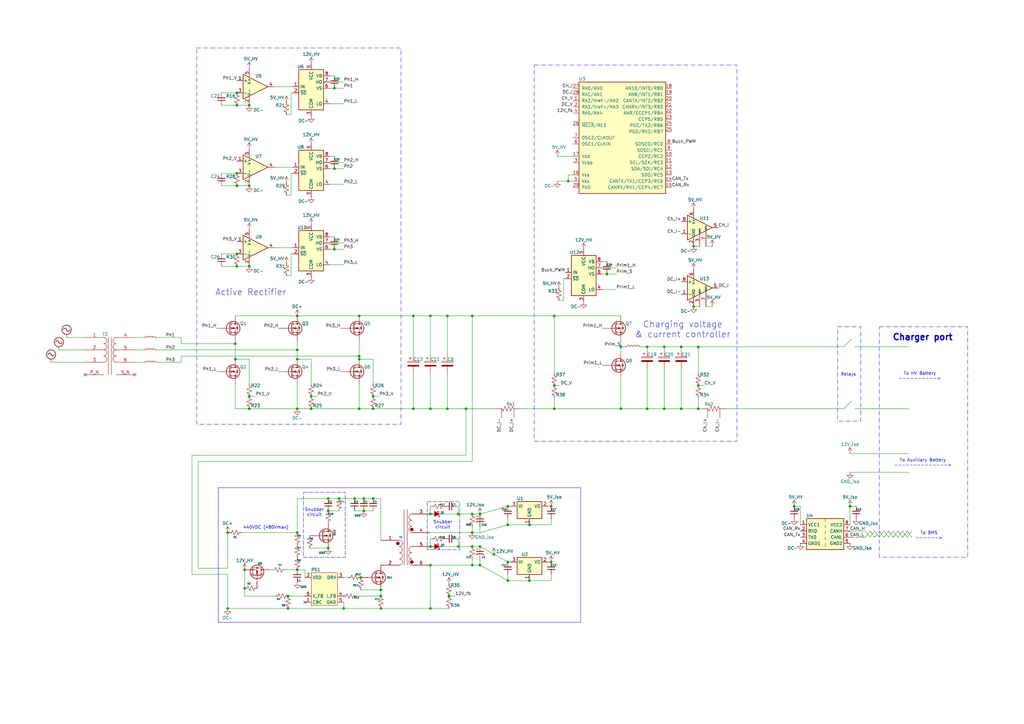
<source format=kicad_sch>
(kicad_sch (version 20231120) (generator "eeschema") (generator_version "8.0")
  (paper "A3")
  (title_block (date "2024-10-04") (rev "v1.0"))
  (junction (at 97.155 76.2))
  (junction (at 286.385 158.115))
  (junction (at 227.33 129.54))
  (junction (at 97.155 109.22))
  (junction (at 176.53 129.54))
  (junction (at 227.33 167.64))
  (junction (at 137.16 69.215))
  (junction (at 284.48 100.965))
  (junction (at 156.21 249.555))
  (junction (at 217.17 215.265))
  (junction (at 145.415 204.47))
  (junction (at 254.635 167.64))
  (junction (at 208.28 215.265))
  (junction (at 193.675 210.82))
  (junction (at 153.035 162.56))
  (junction (at 248.92 112.395))
  (junction (at 193.675 129.54))
  (junction (at 196.85 224.155))
  (junction (at 97.155 104.14))
  (junction (at 118.11 244.475))
  (junction (at 121.92 143.51))
  (junction (at 265.43 142.24))
  (junction (at 134.62 224.79))
  (junction (at 284.48 125.73))
  (junction (at 265.43 167.64))
  (junction (at 156.21 244.475))
  (junction (at 227.33 158.115))
  (junction (at 176.53 224.155))
  (junction (at 97.155 38.1))
  (junction (at 147.32 167.64))
  (junction (at 134.62 204.47))
  (junction (at 208.28 230.505))
  (junction (at 139.065 204.47))
  (junction (at 193.675 218.44))
  (junction (at 121.92 129.54))
  (junction (at 137.16 102.235))
  (junction (at 97.155 71.12))
  (junction (at 169.545 129.54))
  (junction (at 121.92 233.68))
  (junction (at 183.515 129.54))
  (junction (at 176.53 231.775))
  (junction (at 272.415 142.24))
  (junction (at 156.21 241.935))
  (junction (at 176.53 210.82))
  (junction (at 196.85 210.82))
  (junction (at 127.635 167.64))
  (junction (at 176.53 167.64))
  (junction (at 169.545 167.64))
  (junction (at 183.515 167.64))
  (junction (at 233.045 74.295))
  (junction (at 226.06 230.505))
  (junction (at 102.235 43.18))
  (junction (at 102.235 167.64))
  (junction (at 184.15 244.475))
  (junction (at 279.4 167.64))
  (junction (at 208.28 207.645))
  (junction (at 279.4 142.24))
  (junction (at 118.11 249.555))
  (junction (at 134.62 209.55))
  (junction (at 97.155 43.18))
  (junction (at 202.565 227.33))
  (junction (at 191.135 167.64))
  (junction (at 325.755 207.645))
  (junction (at 121.92 147.32))
  (junction (at 147.32 129.54))
  (junction (at 149.225 209.55))
  (junction (at 196.85 231.775))
  (junction (at 149.225 204.47))
  (junction (at 176.53 249.555))
  (junction (at 153.035 204.47))
  (junction (at 102.235 162.56))
  (junction (at 187.96 210.82))
  (junction (at 102.235 76.2))
  (junction (at 121.92 167.64))
  (junction (at 348.615 207.645))
  (junction (at 96.52 140.97))
  (junction (at 187.96 224.155))
  (junction (at 272.415 167.64))
  (junction (at 137.16 36.195))
  (junction (at 93.345 249.555))
  (junction (at 121.92 218.44))
  (junction (at 96.52 147.32))
  (junction (at 193.675 224.155))
  (junction (at 147.955 236.855))
  (junction (at 208.28 238.125))
  (junction (at 100.33 241.3))
  (junction (at 286.385 167.64))
  (junction (at 147.32 146.05))
  (junction (at 93.345 218.44))
  (junction (at 100.33 233.68))
  (junction (at 193.675 231.775))
  (junction (at 147.32 147.32))
  (junction (at 226.06 207.645))
  (junction (at 254.635 142.24))
  (junction (at 153.035 167.64))
  (junction (at 140.97 249.555))
  (junction (at 286.385 142.24))
  (junction (at 102.235 109.22))
  (junction (at 217.17 238.125))
  (junction (at 127.635 162.56))
  (no_connect (at 34.925 153.67))
  (no_connect (at 125.095 247.015))
  (no_connect (at 55.245 153.67))
  (wire (pts (xy 366.395 217.805) (xy 368.3 220.345)))
  (wire (pts (xy 102.235 167.64) (xy 121.92 167.64)))
  (wire (pts (xy 118.11 249.555) (xy 140.97 249.555)))
  (wire (pts (xy 100.33 241.3) (xy 100.33 244.475)))
  (wire (pts (xy 368.3 217.805) (xy 370.205 220.345)) (stroke (width 0) (type dash) (color 0 72 0 1)))
  (wire (pts (xy 187.96 210.82) (xy 181.61 210.82)))
  (wire (pts (xy 228.6 74.295) (xy 233.045 74.295)))
  (wire (pts (xy 287.655 167.64) (xy 286.385 167.64)))
  (wire (pts (xy 191.135 186.69) (xy 78.74 186.69)))
  (wire (pts (xy 372.11 217.805) (xy 374.015 220.345)) (stroke (width 0) (type dash) (color 0 72 0 1)))
  (wire (pts (xy 127.635 157.48) (xy 127.635 147.32)))
  (wire (pts (xy 364.49 220.345) (xy 366.395 217.805)))
  (wire (pts (xy 252.73 109.855) (xy 247.015 109.855)))
  (wire (pts (xy 119.38 46.99) (xy 119.38 38.1)))
  (wire (pts (xy 354.965 220.345) (xy 356.87 217.805)) (stroke (width 0) (type dash) (color 0 72 0 1)))
  (wire (pts (xy 289.56 100.965) (xy 292.1 100.965)))
  (wire (pts (xy 265.43 143.51) (xy 265.43 142.24)))
  (wire (pts (xy 193.675 189.23) (xy 81.28 189.23)))
  (wire (pts (xy 229.87 158.115) (xy 227.33 158.115)))
  (wire (pts (xy 102.235 157.48) (xy 102.235 147.32)))
  (wire (pts (xy 64.135 143.51) (xy 121.92 143.51)))
  (wire (pts (xy 226.06 207.645) (xy 224.79 207.645)))
  (wire (pts (xy 121.92 143.51) (xy 121.92 139.7)))
  (wire (pts (xy 104.775 162.56) (xy 102.235 162.56)))
  (wire (pts (xy 147.32 146.05) (xy 147.32 139.7)))
  (wire (pts (xy 137.16 36.195) (xy 140.97 36.195)))
  (wire (pts (xy 362.585 217.805) (xy 364.49 220.345)))
  (wire (pts (xy 265.43 142.24) (xy 272.415 142.24)))
  (wire (pts (xy 119.38 113.03) (xy 119.38 104.14)))
  (wire (pts (xy 116.84 233.68) (xy 121.92 233.68)))
  (wire (pts (xy 191.135 167.64) (xy 203.2 167.64)))
  (wire (pts (xy 176.53 129.54) (xy 183.515 129.54)))
  (wire (pts (xy 227.33 167.64) (xy 254.635 167.64)))
  (wire (pts (xy 147.955 241.935) (xy 156.21 241.935)))
  (wire (pts (xy 140.97 99.695) (xy 135.255 99.695)))
  (wire (pts (xy 97.155 76.2) (xy 102.235 76.2)))
  (wire (pts (xy 59.055 143.51) (xy 55.245 143.51)))
  (wire (pts (xy 196.85 210.82) (xy 193.675 210.82)))
  (wire (pts (xy 183.515 153.035) (xy 183.515 167.64)))
  (wire (pts (xy 288.925 158.115) (xy 286.385 158.115)))
  (wire (pts (xy 102.235 147.32) (xy 96.52 147.32)))
  (wire (pts (xy 97.155 109.22) (xy 102.235 109.22)))
  (wire (pts (xy 176.53 231.775) (xy 193.675 231.775)))
  (wire (pts (xy 90.805 71.12) (xy 97.155 71.12)))
  (wire (pts (xy 127.635 167.64) (xy 147.32 167.64)))
  (wire (pts (xy 127.635 147.32) (xy 121.92 147.32)))
  (wire (pts (xy 93.345 235.585) (xy 93.345 249.555)))
  (wire (pts (xy 360.68 217.805) (xy 362.585 220.345)) (stroke (width 0) (type dash) (color 0 72 0 1)))
  (wire (pts (xy 134.62 204.47) (xy 139.065 204.47)))
  (wire (pts (xy 135.255 97.155) (xy 137.16 97.155)))
  (wire (pts (xy 187.96 220.98) (xy 187.96 224.155)))
  (wire (pts (xy 96.52 167.64) (xy 102.235 167.64)))
  (wire (pts (xy 117.475 46.99) (xy 119.38 46.99)))
  (wire (pts (xy 196.85 218.44) (xy 208.28 215.265)))
  (wire (pts (xy 176.53 167.64) (xy 183.515 167.64)))
  (wire (pts (xy 364.49 217.805) (xy 366.395 220.345)) (stroke (width 0) (type dash) (color 0 72 0 1)))
  (wire (pts (xy 227.33 153.035) (xy 227.33 129.54)))
  (wire (pts (xy 272.415 151.13) (xy 272.415 167.64)))
  (wire (pts (xy 286.385 142.24) (xy 286.385 153.035)))
  (wire (pts (xy 358.775 220.345) (xy 360.68 217.805)) (stroke (width 0) (type dash) (color 0 72 0 1)))
  (wire (pts (xy 176.53 220.98) (xy 176.53 224.155)))
  (wire (pts (xy 202.565 227.33) (xy 208.28 230.505)))
  (wire (pts (xy 140.97 42.545) (xy 135.255 42.545)))
  (wire (pts (xy 153.035 157.48) (xy 153.035 147.32)))
  (wire (pts (xy 193.675 224.155) (xy 196.85 224.155)))
  (wire (pts (xy 328.295 207.645) (xy 328.295 215.265)))
  (wire (pts (xy 226.06 215.265) (xy 226.06 212.725)))
  (wire (pts (xy 279.4 143.51) (xy 279.4 142.24)))
  (wire (pts (xy 181.61 224.155) (xy 187.96 224.155)))
  (wire (pts (xy 356.87 220.345) (xy 358.775 217.805)))
  (wire (pts (xy 248.92 112.395) (xy 252.73 112.395)))
  (wire (pts (xy 286.385 142.24) (xy 346.075 142.24)))
  (wire (pts (xy 137.16 69.215) (xy 140.97 69.215)))
  (wire (pts (xy 348.615 193.675) (xy 372.745 193.675)))
  (wire (pts (xy 184.15 249.555) (xy 176.53 249.555)))
  (wire (pts (xy 233.045 74.295) (xy 234.95 74.295)))
  (wire (pts (xy 135.255 69.215) (xy 137.16 69.215)))
  (wire (pts (xy 187.96 207.645) (xy 187.96 210.82)))
  (wire (pts (xy 279.4 151.13) (xy 279.4 167.64)))
  (wire (pts (xy 196.85 218.44) (xy 193.675 218.44)))
  (wire (pts (xy 145.415 204.47) (xy 149.225 204.47)))
  (wire (pts (xy 265.43 151.13) (xy 265.43 167.64)))
  (wire (pts (xy 90.805 104.14) (xy 97.155 104.14)))
  (wire (pts (xy 93.98 218.44) (xy 93.345 218.44)))
  (wire (pts (xy 289.56 125.73) (xy 292.1 125.73)))
  (wire (pts (xy 226.06 238.125) (xy 226.06 235.585)))
  (wire (pts (xy 196.85 210.82) (xy 208.28 207.645)))
  (wire (pts (xy 120.015 35.56) (xy 112.395 35.56)))
  (wire (pts (xy 120.015 101.6) (xy 112.395 101.6)))
  (wire (pts (xy 191.135 167.64) (xy 191.135 186.69)))
  (wire (pts (xy 217.17 238.125) (xy 226.06 238.125)))
  (wire (pts (xy 356.87 217.805) (xy 358.775 220.345)) (stroke (width 0) (type dash) (color 0 72 0 1)))
  (wire (pts (xy 156.21 249.555) (xy 176.53 249.555)))
  (wire (pts (xy 74.295 146.05) (xy 74.295 148.59)))
  (wire (pts (xy 366.395 220.345) (xy 368.3 217.805)) (stroke (width 0) (type dash) (color 0 72 0 1)))
  (wire (pts (xy 226.06 230.505) (xy 224.79 230.505)))
  (wire (pts (xy 134.62 209.55) (xy 139.065 209.55)))
  (wire (pts (xy 362.585 220.345) (xy 364.49 217.805)) (stroke (width 0) (type dash) (color 0 72 0 1)))
  (wire (pts (xy 140.97 66.675) (xy 135.255 66.675)))
  (wire (pts (xy 231.14 123.19) (xy 231.14 114.3)))
  (wire (pts (xy 74.295 148.59) (xy 64.135 148.59)))
  (wire (pts (xy 176.53 218.44) (xy 193.675 218.44)))
  (wire (pts (xy 187.96 224.155) (xy 193.675 224.155)))
  (wire (pts (xy 176.53 153.035) (xy 176.53 167.64)))
  (wire (pts (xy 119.38 38.1) (xy 120.015 38.1)))
  (wire (pts (xy 372.11 220.345) (xy 374.015 217.805)))
  (wire (pts (xy 360.68 220.345) (xy 362.585 217.805)))
  (wire (pts (xy 193.675 229.235) (xy 193.675 231.775)))
  (wire (pts (xy 272.415 142.24) (xy 279.4 142.24)))
  (wire (pts (xy 153.035 147.32) (xy 147.32 147.32)))
  (wire (pts (xy 208.28 235.585) (xy 208.28 238.125)))
  (wire (pts (xy 231.14 114.3) (xy 231.775 114.3)))
  (wire (pts (xy 96.52 157.48) (xy 96.52 167.64)))
  (wire (pts (xy 90.805 76.2) (xy 97.155 76.2)))
  (wire (pts (xy 169.545 129.54) (xy 176.53 129.54)))
  (wire (pts (xy 147.32 157.48) (xy 147.32 167.64)))
  (wire (pts (xy 147.32 147.32) (xy 147.32 146.05)))
  (wire (pts (xy 140.97 247.015) (xy 140.97 249.555)))
  (wire (pts (xy 127 224.79) (xy 134.62 224.79)))
  (wire (pts (xy 120.015 68.58) (xy 112.395 68.58)))
  (wire (pts (xy 176.53 207.645) (xy 177.165 207.645)))
  (wire (pts (xy 350.52 142.24) (xy 372.745 142.24)))
  (wire (pts (xy 74.295 140.97) (xy 74.295 138.43)))
  (wire (pts (xy 208.28 212.725) (xy 208.28 215.265)))
  (wire (pts (xy 348.615 207.645) (xy 351.155 207.645)))
  (wire (pts (xy 90.805 38.1) (xy 97.155 38.1)))
  (wire (pts (xy 119.38 80.01) (xy 119.38 71.12)))
  (wire (pts (xy 208.28 230.505) (xy 209.55 230.505)))
  (wire (pts (xy 217.17 215.265) (xy 226.06 215.265)))
  (wire (pts (xy 272.415 143.51) (xy 272.415 142.24)))
  (wire (pts (xy 140.97 249.555) (xy 156.21 249.555)))
  (wire (pts (xy 247.015 107.315) (xy 248.92 107.315)))
  (wire (pts (xy 196.85 215.9) (xy 196.85 218.44)))
  (wire (pts (xy 193.675 231.775) (xy 196.85 231.775)))
  (wire (pts (xy 176.53 129.54) (xy 176.53 145.415)))
  (wire (pts (xy 350.52 167.64) (xy 372.745 167.64)))
  (wire (pts (xy 279.4 142.24) (xy 286.385 142.24)))
  (wire (pts (xy 348.615 186.055) (xy 372.745 186.055)))
  (wire (pts (xy 97.155 43.18) (xy 102.235 43.18)))
  (wire (pts (xy 358.775 217.805) (xy 360.68 220.345)))
  (wire (pts (xy 153.035 204.47) (xy 156.21 204.47)))
  (wire (pts (xy 27.305 138.43) (xy 34.925 138.43)))
  (wire (pts (xy 146.05 244.475) (xy 156.21 244.475)))
  (wire (pts (xy 135.255 64.135) (xy 137.16 64.135)))
  (wire (pts (xy 74.295 140.97) (xy 96.52 140.97)))
  (wire (pts (xy 348.615 220.345) (xy 354.965 220.345)) (stroke (width 0) (type dash) (color 0 72 0 1)))
  (wire (pts (xy 145.415 209.55) (xy 149.225 209.55)))
  (wire (pts (xy 117.475 113.03) (xy 119.38 113.03)))
  (wire (pts (xy 149.225 209.55) (xy 153.035 209.55)))
  (wire (pts (xy 254.635 139.7) (xy 254.635 142.24)))
  (wire (pts (xy 153.035 167.64) (xy 169.545 167.64)))
  (wire (pts (xy 156.21 204.47) (xy 156.21 221.615)))
  (wire (pts (xy 119.38 71.12) (xy 120.015 71.12)))
  (wire (pts (xy 64.135 138.43) (xy 74.295 138.43)))
  (wire (pts (xy 346.075 167.64) (xy 349.25 164.465)))
  (wire (pts (xy 233.045 71.755) (xy 234.95 71.755)))
  (wire (pts (xy 272.415 167.64) (xy 279.4 167.64)))
  (wire (pts (xy 81.28 189.23) (xy 81.28 233.045)))
  (wire (pts (xy 187.325 207.645) (xy 187.96 207.645)))
  (wire (pts (xy 81.28 233.045) (xy 93.345 233.045)))
  (wire (pts (xy 247.015 112.395) (xy 248.92 112.395)))
  (wire (pts (xy 169.545 167.64) (xy 176.53 167.64)))
  (wire (pts (xy 121.92 157.48) (xy 121.92 167.64)))
  (wire (pts (xy 147.32 129.54) (xy 169.545 129.54)))
  (wire (pts (xy 196.85 231.775) (xy 208.28 238.125)))
  (wire (pts (xy 135.255 102.235) (xy 137.16 102.235)))
  (wire (pts (xy 186.69 244.475) (xy 184.15 244.475)))
  (wire (pts (xy 279.4 167.64) (xy 286.385 167.64)))
  (wire (pts (xy 118.11 244.475) (xy 125.095 244.475)))
  (wire (pts (xy 227.33 129.54) (xy 254.635 129.54)))
  (wire (pts (xy 155.575 162.56) (xy 153.035 162.56)))
  (wire (pts (xy 137.16 102.235) (xy 140.97 102.235)))
  (wire (pts (xy 183.515 129.54) (xy 193.675 129.54)))
  (wire (pts (xy 254.635 142.24) (xy 254.635 144.78)))
  (wire (pts (xy 346.075 142.24) (xy 349.25 139.065)))
  (wire (pts (xy 348.615 217.805) (xy 354.965 217.805)))
  (wire (pts (xy 193.675 215.9) (xy 193.675 218.44)))
  (wire (pts (xy 59.055 148.59) (xy 55.245 148.59)))
  (wire (pts (xy 96.52 140.97) (xy 96.52 139.7)))
  (wire (pts (xy 140.97 108.585) (xy 135.255 108.585)))
  (wire (pts (xy 78.74 235.585) (xy 93.345 235.585)))
  (wire (pts (xy 96.52 147.32) (xy 96.52 140.97)))
  (wire (pts (xy 208.28 207.645) (xy 209.55 207.645)))
  (wire (pts (xy 93.345 249.555) (xy 118.11 249.555)))
  (wire (pts (xy 187.325 220.98) (xy 187.96 220.98)))
  (wire (pts (xy 227.33 163.195) (xy 227.33 167.64)))
  (wire (pts (xy 287.02 100.965) (xy 284.48 100.965)))
  (wire (pts (xy 90.805 43.18) (xy 97.155 43.18)))
  (wire (pts (xy 348.615 207.645) (xy 348.615 215.265)))
  (wire (pts (xy 59.055 138.43) (xy 55.245 138.43)))
  (wire (pts (xy 370.205 217.805) (xy 372.11 220.345)))
  (wire (pts (xy 183.515 167.64) (xy 191.135 167.64)))
  (wire (pts (xy 117.475 80.01) (xy 119.38 80.01)))
  (wire (pts (xy 263.525 142.24) (xy 265.43 142.24)))
  (wire (pts (xy 135.255 36.195) (xy 137.16 36.195)))
  (wire (pts (xy 229.235 123.19) (xy 231.14 123.19)))
  (wire (pts (xy 228.6 64.135) (xy 234.95 64.135)))
  (wire (pts (xy 20.955 148.59) (xy 34.925 148.59)))
  (wire (pts (xy 119.38 104.14) (xy 120.015 104.14)))
  (wire (pts (xy 183.515 129.54) (xy 183.515 145.415)))
  (wire (pts (xy 140.97 33.655) (xy 135.255 33.655)))
  (wire (pts (xy 121.92 204.47) (xy 134.62 204.47)))
  (wire (pts (xy 24.13 143.51) (xy 34.925 143.51)))
  (wire (pts (xy 193.675 129.54) (xy 193.675 189.23)))
  (wire (pts (xy 252.73 118.745) (xy 247.015 118.745)))
  (wire (pts (xy 78.74 186.69) (xy 78.74 235.585)))
  (wire (pts (xy 156.21 241.935) (xy 156.21 244.475)))
  (wire (pts (xy 208.28 215.265) (xy 217.17 215.265)))
  (wire (pts (xy 140.97 75.565) (xy 135.255 75.565)))
  (wire (pts (xy 254.635 167.64) (xy 265.43 167.64)))
  (wire (pts (xy 147.32 167.64) (xy 153.035 167.64)))
  (wire (pts (xy 147.955 236.855) (xy 148.59 236.855)))
  (wire (pts (xy 121.92 204.47) (xy 121.92 218.44)))
  (wire (pts (xy 208.28 238.125) (xy 217.17 238.125)))
  (wire (pts (xy 96.52 129.54) (xy 121.92 129.54)))
  (wire (pts (xy 354.965 217.805) (xy 356.87 220.345)))
  (wire (pts (xy 110.49 233.68) (xy 111.76 233.68)))
  (wire (pts (xy 149.225 204.47) (xy 153.035 204.47)))
  (wire (pts (xy 325.755 207.645) (xy 328.295 207.645)))
  (wire (pts (xy 121.92 167.64) (xy 127.635 167.64)))
  (wire (pts (xy 176.53 207.645) (xy 176.53 210.82)))
  (wire (pts (xy 74.295 146.05) (xy 147.32 146.05)))
  (wire (pts (xy 176.53 220.98) (xy 177.165 220.98)))
  (wire (pts (xy 297.815 167.64) (xy 346.075 167.64)))
  (wire (pts (xy 233.045 71.755) (xy 233.045 74.295)))
  (wire (pts (xy 265.43 167.64) (xy 272.415 167.64)))
  (wire (pts (xy 100.33 244.475) (xy 113.03 244.475)))
  (wire (pts (xy 139.065 204.47) (xy 145.415 204.47)))
  (wire (pts (xy 193.675 210.82) (xy 187.96 210.82)))
  (wire (pts (xy 142.875 236.855) (xy 140.97 236.855)))
  (wire (pts (xy 100.33 233.68) (xy 100.33 241.3)))
  (wire (pts (xy 193.675 129.54) (xy 227.33 129.54)))
  (wire (pts (xy 176.53 231.775) (xy 176.53 249.555)))
  (wire (pts (xy 90.805 109.22) (xy 97.155 109.22)))
  (wire (pts (xy 286.385 163.195) (xy 286.385 167.64)))
  (wire (pts (xy 121.92 129.54) (xy 147.32 129.54)))
  (wire (pts (xy 93.345 218.44) (xy 93.345 233.045)))
  (wire (pts (xy 287.02 125.73) (xy 284.48 125.73)))
  (wire (pts (xy 121.92 147.32) (xy 121.92 143.51)))
  (wire (pts (xy 254.635 154.94) (xy 254.635 167.64)))
  (wire (pts (xy 213.36 167.64) (xy 227.33 167.64)))
  (wire (pts (xy 368.3 220.345) (xy 370.205 217.805)))
  (wire (pts (xy 370.205 220.345) (xy 372.11 217.805)) (stroke (width 0) (type dash) (color 0 72 0 1)))
  (wire (pts (xy 169.545 153.035) (xy 169.545 167.64)))
  (wire (pts (xy 130.175 162.56) (xy 127.635 162.56)))
  (wire (pts (xy 99.06 218.44) (xy 121.92 218.44)))
  (wire (pts (xy 196.85 224.155) (xy 202.565 227.33)))
  (wire (pts (xy 196.85 229.235) (xy 196.85 231.775)))
  (wire (pts (xy 135.255 31.115) (xy 137.16 31.115)))
  (wire (pts (xy 255.905 142.24) (xy 254.635 142.24)))
  (wire (pts (xy 125.095 233.68) (xy 125.095 236.855)))
  (wire (pts (xy 121.92 233.68) (xy 125.095 233.68)))
  (wire (pts (xy 169.545 129.54) (xy 169.545 145.415)))
  (rectangle (start 89.535 200.025) (end 238.125 255.27))
  (rectangle (start 360.68 133.985) (end 396.875 228.6) (stroke (width 0) (type dash_dot)))
  (rectangle (start 343.535 133.985) (end 353.06 172.72) (stroke (width 0) (type dash_dot)))
  (rectangle (start 175.26 205.74) (end 188.595 225.425) (stroke (width 0) (type dash)))
  (rectangle (start 80.645 19.685) (end 164.465 173.99) (stroke (width 0) (type dash_dot)))
  (rectangle (start 219.075 26.67) (end 302.26 180.975) (stroke (width 0) (type dash_dot)))
  (rectangle (start 124.46 201.93) (end 141.605 228.6) (stroke (width 0) (type dash)))
  (text "440VDC (480Vmax)" (at 99.695 217.17 0) (effects (font (size 1.27 1.27)) (justify left bottom)))
  (text "Charger port" (at 378.46 138.43 0) (effects (font (size 2.54 2.54) (thickness 0.508) (bold yes))))
  (text "Charging voltage\n& current controller" (at 280.035 135.255 0) (effects (font (size 2.54 2.54))))
  (text "Relays" (at 347.98 153.67 0) (effects (font (size 1.27 1.27))))
  (text "Snubber\ncircuit" (at 181.61 215.265 0) (effects (font (size 1.27 1.27))))
  (text "Active Rectifier" (at 102.87 120.015 0) (effects (font (size 2.54 2.54))))
  (text "To BMS\n------>" (at 381 219.71 0) (effects (font (size 1.27 1.27))))
  (text "Snubber\ncircuit" (at 128.905 210.185 0) (effects (font (size 1.27 1.27))))
  (text "To Auxillary Battery\n-------------->" (at 378.46 189.865 0) (effects (font (size 1.27 1.27))))
  (text "To HV Battery\n---------->" (at 377.19 154.305 0) (effects (font (size 1.27 1.27))))
  (label "Prim_S" (at 254.635 142.24 180))
  (label "Ph2_L" (at 140.97 75.565 0))
  (label "DC_I-" (at 279.4 120.65 180))
  (label "Ch_I-" (at 295.275 171.45 270))
  (label "Ph3_H" (at 139.7 134.62 180))
  (label "Ph2" (at 67.945 143.51 0))
  (label "Prim1_H" (at 252.73 109.855 0))
  (label "Ph2_H" (at 114.3 134.62 180))
  (label "Ch_I+" (at 290.195 171.45 270))
  (label "CH_I" (at 234.95 36.195 180))
  (label "DC_V" (at 234.95 43.815 180))
  (label "Prim_S" (at 252.73 112.395 0))
  (label "Ph2_L" (at 114.3 152.4 180))
  (label "Ch_V" (at 288.925 158.115 0))
  (label "DC_I+" (at 279.4 115.57 180))
  (label "Ph3_V" (at 97.155 99.06 180))
  (label "CAN_Tx" (at 328.295 220.345 180))
  (label "CH_I" (at 294.64 93.345 0))
  (label "Ph3_L" (at 140.97 108.585 0))
  (label "Buck_PWM" (at 231.775 111.76 180))
  (label "12V_fb" (at 186.69 244.475 0))
  (label "Ph3" (at 140.97 102.235 0))
  (label "Ch_I+" (at 279.4 90.805 180))
  (label "Ph3" (at 67.945 148.59 0))
  (label "Ph1_H" (at 88.9 134.62 180))
  (label "Prim1_L" (at 247.015 149.86 180))
  (label "Ph3_L" (at 139.7 152.4 180))
  (label "CAN_H" (at 348.615 217.805 0))
  (label "Ph2_V" (at 130.175 162.56 0))
  (label "Ph1_L" (at 140.97 42.545 0))
  (label "Ph2_H" (at 140.97 66.675 0))
  (label "CAN_Rx" (at 328.295 217.805 180))
  (label "DC_V" (at 229.87 158.115 0))
  (label "CAN_L" (at 348.615 220.345 0))
  (label "CAN_Tx" (at 275.59 74.295 0))
  (label "Ph1" (at 140.97 36.195 0))
  (label "12V_fb" (at 234.95 46.355 180))
  (label "CAN_Rx" (at 275.59 76.835 0))
  (label "Prim1_H" (at 247.015 134.62 180))
  (label "Ph1" (at 67.945 138.43 0))
  (label "Ph1_H" (at 140.97 33.655 0))
  (label "DC_I" (at 294.64 118.11 0))
  (label "Ph2" (at 140.97 69.215 0))
  (label "Ch_I-" (at 279.4 95.885 180))
  (label "DC_I+" (at 210.82 171.45 270))
  (label "Ph3_H" (at 140.97 99.695 0))
  (label "Ph1_V" (at 97.155 33.02 180))
  (label "Ch_V" (at 234.95 41.275 180))
  (label "Buck_PWM" (at 275.59 59.055 0))
  (label "Ph2_V" (at 97.155 66.04 180))
  (label "Ph3_V" (at 155.575 162.56 0))
  (label "Prim1_L" (at 252.73 118.745 0))
  (label "Ph1_L" (at 88.9 152.4 180))
  (label "Ph1_V" (at 104.775 162.56 0))
  (label "DC_I" (at 234.95 38.735 180))
  (label "DC_I-" (at 205.74 171.45 270))
  (symbol (lib_id "power:GND") (at 127.635 47.625 0) (unit 1)
    (property "Reference" "#PWR030" (effects (hide yes)))
    (property "Value" "DC-" (at 124.46 49.53 0))
    (property "Description" "Power symbol creates a global label with name \"GND\" , ground" (effects (hide yes)))
  )
  (symbol (lib_id "Custom_symbols:Transformer_3phase_YY") (at 45.085 138.43 0) (unit 1)
    (property "Reference" "T2" (at 43.18 137.16 0))
    (property "Value" "3 phase, 1:1,  Y-Y" (effects (hide yes)))
  )
  (symbol (lib_id "power:GND") (at 102.235 76.2 0) (unit 1)
    (property "Reference" "#PWR033" (effects (hide yes)))
    (property "Value" "DC-" (at 106.045 78.105 0))
    (property "Description" "Power symbol creates a global label with name \"GND\" , ground" (effects (hide yes)))
  )
  (symbol (lib_id "Device:C_Small") (at 184.785 220.98 270) (unit 1)
    (property "Reference" "C8" (at 185.42 220.345 90) (effects (font (size 0.7 0.7)) (justify left)))
    (property "Value" "10uF 630V" (effects (hide yes)))
    (property "Footprint" "Capacitor_SMD:C_1210_3225Metric" (effects (hide yes)))
  )
  (symbol (lib_id "Device:R_Small_US") (at 184.15 241.935 0) (unit 1)
    (property "Reference" "R35" (at 184.785 240.03 0) (effects (justify left)))
    (property "Value" "4M, >=62.5mW, 0402" (effects (hide yes)))
    (property "Footprint" "Resistor_SMD:R_1206_3216Metric" (effects (hide yes)))
  )
  (symbol (lib_id "Device:C_Small") (at 226.06 210.185 180) (unit 1)
    (property "Reference" "C17" (at 226.06 208.915 0) (effects (font (size 0.7 0.7)) (justify right)))
    (property "Value" "10uF, >=10V" (effects (hide yes)))
    (property "Footprint" "Capacitor_SMD:C_0402_1005Metric" (effects (hide yes)))
  )
  (symbol (lib_id "power:GND") (at 328.295 222.885 0) (unit 1)
    (property "Reference" "#PWR026" (effects (hide yes)))
    (property "Value" "DC-" (at 325.12 224.79 0))
    (property "Description" "Power symbol creates a global label with name \"GND\" , ground" (effects (hide yes)))
  )
  (symbol (lib_id "power:+12V") (at 127.635 59.055 0) (unit 1)
    (property "Reference" "#PWR035" (effects (hide yes)))
    (property "Value" "12V_HV" (at 127.635 55.245 0))
  )
  (symbol (lib_id "power:GND1") (at 348.615 222.885 0) (mirror y) (unit 1)
    (property "Reference" "#PWR014" (effects (hide yes)))
    (property "Value" "GND_iso" (at 353.695 224.79 0))
  )
  (symbol (lib_id "power:+5V") (at 284.48 110.49 0) (unit 1)
    (property "Reference" "#PWR049" (effects (hide yes)))
    (property "Value" "5V_HV" (at 285.115 106.68 0))
  )
  (symbol (lib_id "Device:C_Small") (at 121.92 236.22 180) (unit 1)
    (property "Reference" "C1" (at 121.92 238.125 0) (effects (font (size 0.7 0.7)) (justify right)))
    (property "Value" "0.1uF, >=650V" (effects (hide yes)))
    (property "Footprint" "Capacitor_SMD:C_1210_3225Metric" (effects (hide yes)))
    (property "Vendor" "https://in.element14.com/samsung-electro-mechanics/cl31b225kchsnne/cap-2-2uf-100v-mlcc-1206/dp/3013529" (effects (hide yes)))
  )
  (symbol (lib_id "MCU_Microchip_PIC18:PIC18F26K80_IML") (at 255.27 56.515 0) (unit 1)
    (property "Reference" "U3" (at 238.76 32.385 0))
    (property "Value" "PIC18F26K80_IML" (effects (hide yes)))
    (property "Footprint" "Package_DFN_QFN:QFN-28-1EP_6x6mm_P0.65mm_EP4.25x4.25mm" (effects (hide yes)))
    (property "Datasheet" "http://ww1.microchip.com/downloads/en/DeviceDoc/39977f.pdf" (effects (hide yes)))
    (property "Description" "64K Flash, 3.5K RAM, 1K EEPROM PIC18 Microcontroller ADC PWM CAN SPI I2C USART in QFN28 package" (effects (hide yes)))
  )
  (symbol (lib_id "Device:R_Small_US") (at 114.3 233.68 90) (unit 1)
    (property "Reference" "R3" (at 115.57 231.775 90) (effects (font (size 0.7 0.7)) (justify left)))
    (property "Value" "22E, 0.75W, 1206" (effects (hide yes)))
    (property "Footprint" "Resistor_SMD:R_1206_3216Metric" (effects (hide yes)))
  )
  (symbol (lib_id "Amplifier_Current:INA240A1D") (at 287.02 93.345 0) (unit 1)
    (property "Reference" "U11" (at 288.925 89.535 0))
    (property "Value" "INA240A1D" (effects (hide yes)))
    (property "Footprint" "Package_SO:SOIC-8_3.9x4.9mm_P1.27mm" (effects (hide yes)))
    (property "Datasheet" "http://www.ti.com/lit/ds/symlink/ina240.pdf" (effects (hide yes)))
    (property "Description" "High- and Low-Side, Bidirectional, Zero-Drift, Current-Sense Amplifier With Enhanced PWM Rejection, 20V/V, SOIC-8" (effects (hide yes)))
  )
  (symbol (lib_id "power:GND1") (at 121.92 238.76 0) (mirror y) (unit 1)
    (property "Reference" "#PWR08" (effects (hide yes)))
    (property "Value" "GND" (at 124.46 240.665 0) (effects (font (size 0.8 0.8))))
  )
  (symbol (lib_id "Device:Q_NMOS_GSD") (at 93.98 134.62 0) (unit 1)
    (property "Reference" "Q1" (at 98.425 132.715 0) (effects (justify left)))
    (property "Value" "NMOS, >=800V, >=50A" (effects (hide yes)))
    (property "Description" "N-MOSFET transistor, gate/source/drain" (effects (hide yes)))
  )
  (symbol (lib_id "Device:R_Small_US") (at 229.235 120.65 0) (unit 1)
    (property "Reference" "R33" (at 224.79 119.38 0) (effects (justify left)))
    (property "Value" "10K, >=62.5mW, 0402" (effects (hide yes)))
    (property "Footprint" "Resistor_SMD:R_0402_1005Metric" (effects (hide yes)))
  )
  (symbol (lib_id "power:+5V") (at 117.475 107.95 0) (unit 1)
    (property "Reference" "#PWR039" (effects (hide yes)))
    (property "Value" "5V_HV" (at 113.665 106.045 0))
  )
  (symbol (lib_id "power:GND") (at 93.345 249.555 0) (unit 1)
    (property "Reference" "#PWR07" (effects (hide yes)))
    (property "Value" "DC-" (at 93.345 253.365 0))
    (property "Description" "Power symbol creates a global label with name \"GND\" , ground" (effects (hide yes)))
  )
  (symbol (lib_id "Regulator_Linear:AMS1117-5.0") (at 217.17 230.505 0) (unit 1)
    (property "Reference" "U2" (at 215.265 227.33 0))
    (property "Value" "AMS1117-5.0" (effects (hide yes)))
    (property "Footprint" "Package_TO_SOT_SMD:SOT-223-3_TabPin2" (effects (hide yes)))
    (property "Datasheet" "http://www.advanced-monolithic.com/pdf/ds1117.pdf" (effects (hide yes)))
    (property "Description" "1A Low Dropout regulator, positive, 5.0V fixed output, SOT-223" (effects (hide yes)))
  )
  (symbol (lib_id "Device:C_Small") (at 145.415 207.01 180) (unit 1)
    (property "Reference" "C3" (at 145.415 205.74 0) (effects (font (size 0.7 0.7)) (justify right)))
    (property "Value" "10uF 630V" (effects (hide yes)))
    (property "Footprint" "Capacitor_SMD:C_1210_3225Metric" (effects (hide yes)))
  )
  (symbol (lib_id "Device:Q_NMOS_GSD") (at 144.78 134.62 0) (unit 1)
    (property "Reference" "Q5" (at 149.225 132.715 0) (effects (justify left)))
    (property "Value" "NMOS, >=800V, >=50A" (effects (hide yes)))
    (property "Description" "N-MOSFET transistor, gate/source/drain" (effects (hide yes)))
  )
  (symbol (lib_id "Device:L") (at 259.715 142.24 90) (unit 1)
    (property "Reference" "L4" (effects (hide yes)))
    (property "Value" "L_Small" (effects (hide yes)))
    (property "Description" "Inductor, small symbol" (effects (hide yes)))
  )
  (symbol (lib_id "power:+12V") (at 184.15 239.395 0) (unit 1)
    (property "Reference" "#PWR011" (effects (hide yes)))
    (property "Value" "12V_HV" (at 184.785 235.585 0))
  )
  (symbol (lib_id "Device:R_Small_US") (at 193.675 213.36 0) (unit 1)
    (property "Reference" "R20" (at 191.135 215.265 0) (effects (font (size 0.7 0.7)) (justify left)))
    (property "Value" "100R 0.125W" (effects (hide yes)))
    (property "Footprint" "Resistor_SMD:R_0805_2012Metric" (effects (hide yes)))
  )
  (symbol (lib_id "Custom_symbols:UCC28700") (at 127.635 234.95 0) (unit 1)
    (property "Reference" "PS1" (at 129.54 233.68 0))
    (property "Value" "UCC28700" (effects (hide yes)))
    (property "Footprint" "Package_TO_SOT_SMD:SOT-23-6" (effects (hide yes)))
    (property "Datasheet" "https://www.ti.com/lit/ds/symlink/ucc28700.pdf?ts=1707815295454&ref_url=https%253A%252F%252Fwww.ti.com%252Fproduct%252FUCC28700" (effects (hide yes)))
    (property "MPN" "ucc28700cbvt" (effects (hide yes)))
  )
  (symbol (lib_id "Device:C_Polarized") (at 169.545 149.225 0) (unit 1)
    (property "Reference" "C12" (at 169.545 147.32 0) (effects (justify left)))
    (property "Value" ">=650V, 1mF" (effects (hide yes)))
    (property "Description" "Polarized capacitor" (effects (hide yes)))
  )
  (symbol (lib_id "Device:R_Small_US") (at 139.065 207.01 0) (mirror y) (unit 1)
    (property "Reference" "R11" (at 139.065 205.74 0) (effects (font (size 0.7 0.7)) (justify right)))
    (property "Value" "453K" (effects (hide yes)))
    (property "Footprint" "Resistor_SMD:R_0805_2012Metric" (effects (hide yes)))
    (property "Vendor" "https://in.element14.com/koa/rk73h2attd4533f/res-453k-1-0-25w-0805/dp/3542796" (effects (hide yes)))
  )
  (symbol (lib_id "Device:Q_NMOS_GSD") (at 153.67 236.855 0) (unit 1)
    (property "Reference" "Q11" (at 158.75 236.855 0) (effects (font (size 0.7 0.7)) (justify left)))
    (property "Value" "1200V 0.5A NMOS" (effects (hide yes)))
    (property "Footprint" "Custom_footprints:SiC - NTBG1000N170M1" (effects (hide yes)))
    (property "Vendor" "https://in.element14.com/onsemi/ntbg1000n170m1/sic-mosfet-n-ch-1-7kv-4-3a-d2pak/dp/4244651" (effects (hide yes)))
    (property "MPN" "ntbg1000n170m1" (effects (hide yes)))
  )
  (symbol (lib_id "Device:C_Small") (at 149.225 207.01 180) (unit 1)
    (property "Reference" "C4" (at 149.225 205.74 0) (effects (font (size 0.7 0.7)) (justify right)))
    (property "Value" "10uF 630V" (effects (hide yes)))
    (property "Footprint" "Capacitor_SMD:C_1210_3225Metric" (effects (hide yes)))
  )
  (symbol (lib_id "Device:C_Small") (at 90.805 106.68 180) (unit 1)
    (property "Reference" "C26" (at 86.36 105.41 0) (effects (justify right)))
    (property "Value" "0.1uF, >=10V" (effects (hide yes)))
    (property "Footprint" "Capacitor_SMD:C_0402_1005Metric" (effects (hide yes)))
  )
  (symbol (lib_id "Amplifier_Operational:LMV321") (at 104.775 68.58 0) (unit 1)
    (property "Reference" "U7" (at 106.045 64.135 0))
    (property "Value" "LMV321" (effects (hide yes)))
    (property "Datasheet" "http://www.ti.com/lit/ds/symlink/lmv324.pdf" (effects (hide yes)))
    (property "Description" "Low-Voltage Rail-to-Rail Output Operational Amplifiers, SOT-23-5/SC-70-5" (effects (hide yes)))
  )
  (symbol (lib_id "Device:C_Small") (at 208.28 210.185 180) (unit 1)
    (property "Reference" "C16" (at 205.74 208.915 0) (effects (font (size 0.7 0.7)) (justify right)))
    (property "Value" "1uF, >=25V" (effects (hide yes)))
    (property "Footprint" "Capacitor_SMD:C_0402_1005Metric" (effects (hide yes)))
  )
  (symbol (lib_id "power:+12V") (at 239.395 102.235 0) (unit 1)
    (property "Reference" "#PWR045" (effects (hide yes)))
    (property "Value" "12V_HV" (at 239.395 98.425 0))
  )
  (symbol (lib_id "power:GND") (at 325.755 212.725 0) (unit 1)
    (property "Reference" "#PWR024" (effects (hide yes)))
    (property "Value" "DC-" (at 322.58 214.63 0))
    (property "Description" "Power symbol creates a global label with name \"GND\" , ground" (effects (hide yes)))
  )
  (symbol (lib_id "power:+12V") (at 127.635 92.075 0) (unit 1)
    (property "Reference" "#PWR040" (effects (hide yes)))
    (property "Value" "12V_HV" (at 127.635 88.265 0))
  )
  (symbol (lib_id "Device:R_Small_US") (at 286.385 155.575 0) (unit 1)
    (property "Reference" "R32" (at 287.02 153.67 0) (effects (justify left)))
    (property "Value" "4M, >=62.5mW, 0402" (effects (hide yes)))
    (property "Footprint" "Resistor_SMD:R_1206_3216Metric" (effects (hide yes)))
  )
  (symbol (lib_id "power:+5V") (at 292.1 100.965 0) (unit 1)
    (property "Reference" "#PWR020" (effects (hide yes)))
    (property "Value" "5V_HV" (at 292.735 97.155 0))
  )
  (symbol (lib_id "Device:Q_NMOS_GSD") (at 252.095 149.86 0) (unit 1)
    (property "Reference" "Q8" (at 256.54 147.955 0) (effects (justify left)))
    (property "Value" "NMOS, >=800V, >=50A" (effects (hide yes)))
    (property "Description" "N-MOSFET transistor, gate/source/drain" (effects (hide yes)))
  )
  (symbol (lib_id "power:GND") (at 102.235 109.22 0) (unit 1)
    (property "Reference" "#PWR038" (effects (hide yes)))
    (property "Value" "DC-" (at 106.045 111.125 0))
    (property "Description" "Power symbol creates a global label with name \"GND\" , ground" (effects (hide yes)))
  )
  (symbol (lib_id "Driver_FET:IR7184S") (at 122.555 61.595 0) (unit 1)
    (property "Reference" "U8" (at 121.92 60.325 0) (effects (justify left)))
    (property "Value" "IR7184S" (effects (hide yes)))
    (property "Footprint" "Package_SO:SOIC-8_3.9x4.9mm_P1.27mm" (effects (hide yes)))
    (property "Datasheet" "https://www.infineon.com/dgdl/ir7184s.pdf?fileId=5546d462533600a4015355d62230182c" (effects (hide yes)))
    (property "Description" "700V Half-Bridge Driver, 1.9/2.3A, SOIC-8" (effects (hide yes)))
  )
  (symbol (lib_id "Device:L_Small") (at 61.595 143.51 90) (unit 1)
    (property "Reference" "L2" (effects (hide yes)))
    (property "Value" "L_Small" (effects (hide yes)))
    (property "Description" "Inductor, small symbol" (effects (hide yes)))
  )
  (symbol (lib_id "power:+5V") (at 348.615 207.645 0) (unit 1)
    (property "Reference" "#PWR017" (effects (hide yes)))
    (property "Value" "5V_iso" (at 348.615 203.835 0))
  )
  (symbol (lib_id "power:+5V") (at 117.475 41.91 0) (unit 1)
    (property "Reference" "#PWR029" (effects (hide yes)))
    (property "Value" "5V_HV" (at 113.665 40.005 0))
  )
  (symbol (lib_id "Device:R_Small_US") (at 134.62 212.09 0) (mirror y) (unit 1)
    (property "Reference" "R10" (at 134.62 210.82 0) (effects (font (size 0.7 0.7)) (justify right)))
    (property "Value" "453K" (effects (hide yes)))
    (property "Footprint" "Resistor_SMD:R_0805_2012Metric" (effects (hide yes)))
    (property "Vendor" "https://in.element14.com/koa/rk73h2attd4533f/res-453k-1-0-25w-0805/dp/3542796" (effects (hide yes)))
  )
  (symbol (lib_id "Device:R_Small_US") (at 102.235 165.1 0) (unit 1)
    (property "Reference" "R23" (at 102.87 166.37 0) (effects (justify left)))
    (property "Value" "10K, >=62.5mW, 0402" (effects (hide yes)))
    (property "Footprint" "Resistor_SMD:R_0402_1005Metric" (effects (hide yes)))
  )
  (symbol (lib_id "Device:R_Small_US") (at 121.92 226.06 0) (mirror x) (unit 1)
    (property "Reference" "R7" (at 121.92 224.79 0) (effects (font (size 0.7 0.7)) (justify left)))
    (property "Value" "2M 0.125W" (effects (hide yes)))
    (property "Footprint" "Resistor_SMD:R_1206_3216Metric" (effects (hide yes)))
    (property "Vendor" "https://in.element14.com/walsin/wr12w2004ftl/res-2m-1-0-25w-1206-thick-film/dp/2668302" (effects (hide yes)))
    (property "MPN" "wr12w2004ftl" (effects (hide yes)))
  )
  (symbol (lib_id "Device:C_Small") (at 137.16 33.655 180) (unit 1)
    (property "Reference" "C23" (at 137.16 32.385 0) (effects (font (size 0.7 0.7)) (justify right)))
    (property "Value" "10uF, >=10V" (effects (hide yes)))
    (property "Footprint" "Capacitor_SMD:C_0402_1005Metric" (effects (hide yes)))
  )
  (symbol (lib_id "Device:R_Small_US") (at 121.92 231.14 0) (mirror x) (unit 1)
    (property "Reference" "R8" (at 121.92 229.87 0) (effects (font (size 0.7 0.7)) (justify left)))
    (property "Value" "2M 0.125W" (effects (hide yes)))
    (property "Footprint" "Resistor_SMD:R_1206_3216Metric" (effects (hide yes)))
    (property "Vendor" "https://in.element14.com/walsin/wr12w2004ftl/res-2m-1-0-25w-1206-thick-film/dp/2668302" (effects (hide yes)))
    (property "MPN" "wr12w2004ftl" (effects (hide yes)))
  )
  (symbol (lib_id "Device:Q_NMOS_GSD") (at 132.08 219.71 0) (unit 1)
    (property "Reference" "Q10" (at 137.16 218.44 90) (effects (font (size 0.8 0.8))))
    (property "Value" "NMOS 1200V 0.1A" (effects (hide yes)))
    (property "Description" "N-MOSFET transistor, gate/source/drain" (effects (hide yes)))
    (property "Vendor" "https://in.element14.com/littelfuse/ixty02n120p/mosfet-n-ch-1-2kv-0-2a-to-252/dp/3771796" (effects (hide yes)))
    (property "MPN" "ixty02n120p" (effects (hide yes)))
  )
  (symbol (lib_id "Device:R_Small_US") (at 143.51 244.475 90) (unit 1)
    (property "Reference" "R12" (at 147.32 245.11 90) (effects (font (size 0.7 0.7)) (justify left)))
    (property "Value" "7.15K, 0.0625W, 0402" (effects (hide yes)))
    (property "Footprint" "Resistor_SMD:R_0402_1005Metric" (effects (hide yes)))
  )
  (symbol (lib_id "Device:C_Small") (at 248.92 109.855 180) (unit 1)
    (property "Reference" "C29" (at 248.92 108.585 0) (effects (font (size 0.7 0.7)) (justify right)))
    (property "Value" "10uF, >=10V" (effects (hide yes)))
    (property "Footprint" "Capacitor_SMD:C_0402_1005Metric" (effects (hide yes)))
  )
  (symbol (lib_id "Device:R_Small_US") (at 184.15 247.015 0) (unit 1)
    (property "Reference" "R36" (at 184.785 248.285 0) (effects (justify left)))
    (property "Value" "10K, >=62.5mW, 0402" (effects (hide yes)))
    (property "Footprint" "Resistor_SMD:R_0402_1005Metric" (effects (hide yes)))
  )
  (symbol (lib_id "Device:R_Shunt_US") (at 292.735 167.64 90) (mirror x) (unit 1)
    (property "Reference" "Rs2" (at 288.925 165.735 90) (effects (justify right)))
    (property "Value" "100uOhm, >=15W" (effects (hide yes)))
    (property "Description" "Shunt resistor, US symbol" (effects (hide yes)))
  )
  (symbol (lib_id "Device:R_Small_US") (at 286.385 160.655 0) (unit 1)
    (property "Reference" "R34" (at 287.02 161.925 0) (effects (justify left)))
    (property "Value" "10K, >=62.5mW, 0402" (effects (hide yes)))
    (property "Footprint" "Resistor_SMD:R_0402_1005Metric" (effects (hide yes)))
  )
  (symbol (lib_id "power:+5V") (at 102.235 60.96 0) (unit 1)
    (property "Reference" "#PWR032" (effects (hide yes)))
    (property "Value" "5V_HV" (at 102.87 57.15 0))
  )
  (symbol (lib_id "Device:Q_NMOS_GSD") (at 144.78 152.4 0) (unit 1)
    (property "Reference" "Q6" (at 149.225 150.495 0) (effects (justify left)))
    (property "Value" "NMOS, >=800V, >=50A" (effects (hide yes)))
    (property "Description" "N-MOSFET transistor, gate/source/drain" (effects (hide yes)))
  )
  (symbol (lib_id "power:+5V") (at 102.235 27.94 0) (unit 1)
    (property "Reference" "#PWR028" (effects (hide yes)))
    (property "Value" "5V_HV" (at 102.87 24.13 0))
  )
  (symbol (lib_id "Device:R_Small_US") (at 102.87 241.3 90) (unit 1)
    (property "Reference" "R2" (at 102.87 239.395 90) (effects (font (size 0.7 0.7)) (justify left)))
    (property "Value" "453K" (effects (hide yes)))
    (property "Footprint" "Resistor_SMD:R_0805_2012Metric" (effects (hide yes)))
    (property "Vendor" "https://in.element14.com/koa/rk73h2attd4533f/res-453k-1-0-25w-0805/dp/3542796" (effects (hide yes)))
  )
  (symbol (lib_id "Device:Q_NMOS_GSD") (at 119.38 134.62 0) (unit 1)
    (property "Reference" "Q3" (at 123.825 132.715 0) (effects (justify left)))
    (property "Value" "NMOS, >=800V, >=50A" (effects (hide yes)))
    (property "Description" "N-MOSFET transistor, gate/source/drain" (effects (hide yes)))
  )
  (symbol (lib_id "Device:Q_NMOS_GSD") (at 252.095 134.62 0) (unit 1)
    (property "Reference" "Q7" (at 256.54 132.715 0) (effects (justify left)))
    (property "Value" "NMOS, >=800V, >=50A" (effects (hide yes)))
    (property "Description" "N-MOSFET transistor, gate/source/drain" (effects (hide yes)))
  )
  (symbol (lib_id "Device:D_Schottky_Small_Filled") (at 179.07 210.82 180) (unit 1)
    (property "Reference" "D1" (at 182.245 210.185 0) (effects (font (size 0.7 0.7)) (justify left)))
    (property "Value" "25V 2.5A" (effects (hide yes)))
    (property "Footprint" "Custom_footprints:DO-220AA" (effects (hide yes)))
    (property "Vendor" "https://in.element14.com/vishay/v3pm10-m3-h/schottky-rectifier-100v-3a-smp/dp/3774969" (effects (hide yes)))
  )
  (symbol (lib_id "Device:C_Small") (at 153.035 207.01 180) (unit 1)
    (property "Reference" "C5" (at 153.035 205.74 0) (effects (font (size 0.7 0.7)) (justify right)))
    (property "Value" "10uF 630V" (effects (hide yes)))
    (property "Footprint" "Capacitor_SMD:C_1210_3225Metric" (effects (hide yes)))
  )
  (symbol (lib_id "Device:L_Small") (at 61.595 138.43 90) (unit 1)
    (property "Reference" "L1" (effects (hide yes)))
    (property "Value" "L_Small" (effects (hide yes)))
    (property "Description" "Inductor, small symbol" (effects (hide yes)))
  )
  (symbol (lib_id "Device:R_Small_US") (at 102.235 160.02 0) (unit 1)
    (property "Reference" "R22" (at 102.87 158.115 0) (effects (justify left)))
    (property "Value" "4M, >=62.5mW, 0402" (effects (hide yes)))
    (property "Footprint" "Resistor_SMD:R_1206_3216Metric" (effects (hide yes)))
  )
  (symbol (lib_id "Device:R_Small_US") (at 193.675 226.695 0) (unit 1)
    (property "Reference" "R19" (at 191.135 228.6 0) (effects (font (size 0.7 0.7)) (justify left)))
    (property "Value" "100R 0.125W" (effects (hide yes)))
    (property "Footprint" "Resistor_SMD:R_0805_2012Metric" (effects (hide yes)))
  )
  (symbol (lib_id "power:+5V") (at 292.1 125.73 0) (unit 1)
    (property "Reference" "#PWR051" (effects (hide yes)))
    (property "Value" "5V_HV" (at 292.735 121.92 0))
  )
  (symbol (lib_id "Device:C_Small") (at 137.16 66.675 180) (unit 1)
    (property "Reference" "C25" (at 137.16 65.405 0) (effects (font (size 0.7 0.7)) (justify right)))
    (property "Value" "10uF, >=10V" (effects (hide yes)))
    (property "Footprint" "Capacitor_SMD:C_0402_1005Metric" (effects (hide yes)))
  )
  (symbol (lib_id "power:+5V") (at 226.06 207.645 0) (unit 1)
    (property "Reference" "#PWR021" (effects (hide yes)))
    (property "Value" "5V_iso" (at 227.33 203.835 0))
  )
  (symbol (lib_id "Device:C_Small") (at 184.785 207.645 270) (unit 1)
    (property "Reference" "C7" (at 185.42 207.01 90) (effects (font (size 0.7 0.7)) (justify left)))
    (property "Value" "10uF 630V" (effects (hide yes)))
    (property "Footprint" "Capacitor_SMD:C_1210_3225Metric" (effects (hide yes)))
  )
  (symbol (lib_id "power:GND") (at 127.635 80.645 0) (unit 1)
    (property "Reference" "#PWR036" (effects (hide yes)))
    (property "Value" "DC-" (at 124.46 82.55 0))
    (property "Description" "Power symbol creates a global label with name \"GND\" , ground" (effects (hide yes)))
  )
  (symbol (lib_id "power:+5V") (at 102.235 93.98 0) (unit 1)
    (property "Reference" "#PWR037" (effects (hide yes)))
    (property "Value" "5V_HV" (at 102.87 90.17 0))
  )
  (symbol (lib_id "Amplifier_Operational:LMV321") (at 104.775 35.56 0) (unit 1)
    (property "Reference" "U5" (at 106.045 31.115 0))
    (property "Value" "LMV321" (effects (hide yes)))
    (property "Datasheet" "http://www.ti.com/lit/ds/symlink/lmv324.pdf" (effects (hide yes)))
    (property "Description" "Low-Voltage Rail-to-Rail Output Operational Amplifiers, SOT-23-5/SC-70-5" (effects (hide yes)))
  )
  (symbol (lib_id "power:GND1") (at 149.225 209.55 0) (mirror y) (unit 1)
    (property "Reference" "#PWR010" (effects (hide yes)))
    (property "Value" "GND" (at 146.685 211.455 0) (effects (font (size 0.8 0.8))))
  )
  (symbol (lib_id "power:+5V") (at 226.06 230.505 0) (unit 1)
    (property "Reference" "#PWR016" (effects (hide yes)))
    (property "Value" "5V_HV" (at 226.695 226.695 0))
  )
  (symbol (lib_id "Device:Q_NMOS_GSD") (at 119.38 152.4 0) (unit 1)
    (property "Reference" "Q4" (at 123.825 150.495 0) (effects (justify left)))
    (property "Value" "NMOS, >=800V, >=50A" (effects (hide yes)))
    (property "Description" "N-MOSFET transistor, gate/source/drain" (effects (hide yes)))
  )
  (symbol (lib_id "Device:R_Small_US") (at 156.21 247.015 0) (unit 1)
    (property "Reference" "R15" (at 153.67 245.745 0) (effects (font (size 0.7 0.7)) (justify left)))
    (property "Value" "0.400E, 1W, 1206" (effects (hide yes)))
    (property "Footprint" "Resistor_SMD:R_1206_3216Metric" (effects (hide yes)))
  )
  (symbol (lib_id "power:GND1") (at 351.155 212.725 0) (mirror y) (unit 1)
    (property "Reference" "#PWR018" (effects (hide yes)))
    (property "Value" "GND_iso" (at 356.235 214.63 0))
  )
  (symbol (lib_id "Device:R_Small_US") (at 97.155 40.64 0) (unit 1)
    (property "Reference" "R16" (at 92.71 39.37 0) (effects (justify left)))
    (property "Value" "10K, >=62.5mW, 0402" (effects (hide yes)))
    (property "Footprint" "Resistor_SMD:R_0402_1005Metric" (effects (hide yes)))
  )
  (symbol (lib_id "power:+5V") (at 229.235 118.11 0) (unit 1)
    (property "Reference" "#PWR044" (effects (hide yes)))
    (property "Value" "5V_HV" (at 225.425 116.205 0))
  )
  (symbol (lib_id "Device:C_Small") (at 351.155 210.185 180) (unit 1)
    (property "Reference" "C15" (at 351.155 208.915 0) (effects (font (size 0.7 0.7)) (justify right)))
    (property "Value" "0.1uF, >=10V" (effects (hide yes)))
    (property "Footprint" "Capacitor_SMD:C_0402_1005Metric" (effects (hide yes)))
  )
  (symbol (lib_id "power:GND") (at 121.92 167.64 0) (unit 1)
    (property "Reference" "#PWR01" (effects (hide yes)))
    (property "Value" "DC-" (at 121.92 171.45 0))
    (property "Description" "Power symbol creates a global label with name \"GND\" , ground" (effects (hide yes)))
  )
  (symbol (lib_id "Device:R_Small_US") (at 227.33 155.575 0) (unit 1)
    (property "Reference" "R37" (at 227.965 153.67 0) (effects (justify left)))
    (property "Value" "4M, >=62.5mW, 0402" (effects (hide yes)))
    (property "Footprint" "Resistor_SMD:R_1206_3216Metric" (effects (hide yes)))
  )
  (symbol (lib_id "power:+12V") (at 127.635 26.035 0) (unit 1)
    (property "Reference" "#PWR031" (effects (hide yes)))
    (property "Value" "12V_HV" (at 127.635 22.225 0))
  )
  (symbol (lib_id "Device:R_Small_US") (at 117.475 77.47 0) (unit 1)
    (property "Reference" "R29" (at 113.03 76.2 0) (effects (justify left)))
    (property "Value" "10K, >=62.5mW, 0402" (effects (hide yes)))
    (property "Footprint" "Resistor_SMD:R_0402_1005Metric" (effects (hide yes)))
  )
  (symbol (lib_id "Driver_FET:IR7184S") (at 122.555 94.615 0) (unit 1)
    (property "Reference" "U10" (at 121.92 93.345 0) (effects (justify left)))
    (property "Value" "IR7184S" (effects (hide yes)))
    (property "Footprint" "Package_SO:SOIC-8_3.9x4.9mm_P1.27mm" (effects (hide yes)))
    (property "Datasheet" "https://www.infineon.com/dgdl/ir7184s.pdf?fileId=5546d462533600a4015355d62230182c" (effects (hide yes)))
    (property "Description" "700V Half-Bridge Driver, 1.9/2.3A, SOIC-8" (effects (hide yes)))
  )
  (symbol (lib_id "Driver_FET:IR7184S") (at 234.315 104.775 0) (unit 1)
    (property "Reference" "U12" (at 233.68 103.505 0) (effects (justify left)))
    (property "Value" "IR7184S" (effects (hide yes)))
    (property "Footprint" "Package_SO:SOIC-8_3.9x4.9mm_P1.27mm" (effects (hide yes)))
    (property "Datasheet" "https://www.infineon.com/dgdl/ir7184s.pdf?fileId=5546d462533600a4015355d62230182c" (effects (hide yes)))
    (property "Description" "700V Half-Bridge Driver, 1.9/2.3A, SOIC-8" (effects (hide yes)))
  )
  (symbol (lib_id "Device:C_Polarized_Small_US") (at 196.85 213.36 0) (unit 1)
    (property "Reference" "C10" (at 197.485 215.265 0) (effects (font (size 0.7 0.7)) (justify left)))
    (property "Value" "270uF 25V" (effects (hide yes)))
    (property "Footprint" "Capacitor_SMD:CP_Elec_10x10.5" (effects (hide yes)))
    (property "Vendor" "https://in.element14.com/multicomp/mcvvt035m221fb3l/cap-220-f-35v-smd/dp/2611386" (effects (hide yes)))
  )
  (symbol (lib_id "Device:C_Polarized") (at 272.415 147.32 0) (unit 1)
    (property "Reference" "C20" (at 272.415 145.415 0) (effects (justify left)))
    (property "Value" ">=650V, 1mF" (effects (hide yes)))
    (property "Description" "Polarized capacitor" (effects (hide yes)))
  )
  (symbol (lib_id "Device:R_Small_US") (at 147.955 239.395 0) (unit 1)
    (property "Reference" "R14" (at 144.78 240.03 0) (effects (font (size 0.7 0.7)) (justify left)))
    (property "Value" "10K" (effects (hide yes)))
    (property "Footprint" "Resistor_SMD:R_0805_2012Metric" (effects (hide yes)))
  )
  (symbol (lib_id "power:+12V") (at 196.85 210.82 0) (unit 1)
    (property "Reference" "#PWR012" (effects (hide yes)))
    (property "Value" "12V_iso" (at 194.945 207.01 0))
  )
  (symbol (lib_id "Device:R_Small_US") (at 153.035 160.02 0) (unit 1)
    (property "Reference" "R26" (at 153.67 158.115 0) (effects (justify left)))
    (property "Value" "4M, >=62.5mW, 0402" (effects (hide yes)))
    (property "Footprint" "Resistor_SMD:R_1206_3216Metric" (effects (hide yes)))
  )
  (symbol (lib_id "Custom_symbols:Transformer_1P_2S") (at 165.735 231.775 0) (unit 1)
    (property "Reference" "T1" (at 164.465 220.345 0) (effects (font (size 0.8 0.8))))
    (property "Value" "Transformer_1P_2S" (effects (hide yes)))
    (property "Footprint" "Transformer_SMD:Pulse_PA2777NL" (effects (hide yes)))
    (property "Description" "Transformer, single primary, dual secondary" (effects (hide yes)))
  )
  (symbol (lib_id "Device:R_Small_US") (at 145.415 236.855 90) (unit 1)
    (property "Reference" "R13" (at 147.955 235.585 90) (effects (font (size 0.7 0.7)) (justify left)))
    (property "Value" "10R 0.125W" (effects (hide yes)))
    (property "Footprint" "Resistor_SMD:R_0805_2012Metric" (effects (hide yes)))
  )
  (symbol (lib_id "power:GND1") (at 193.675 218.44 0) (mirror y) (unit 1)
    (property "Reference" "#PWR013" (effects (hide yes)))
    (property "Value" "GND_iso" (at 198.755 220.345 0))
  )
  (symbol (lib_id "power:+BATT") (at 121.92 129.54 0) (unit 1)
    (property "Reference" "#PWR02" (effects (hide yes)))
    (property "Value" "DC+" (at 121.92 125.73 0))
    (property "Description" "Power symbol creates a global label with name \"+BATT\"" (effects (hide yes)))
  )
  (symbol (lib_id "Device:D_Schottky_Small_Filled") (at 179.07 224.155 180) (unit 1)
    (property "Reference" "D2" (at 182.245 223.52 0) (effects (font (size 0.7 0.7)) (justify left)))
    (property "Value" "25V 2.5A" (effects (hide yes)))
    (property "Footprint" "Custom_footprints:DO-220AA" (effects (hide yes)))
    (property "Vendor" "https://in.element14.com/vishay/v3pm10-m3-h/schottky-rectifier-100v-3a-smp/dp/3774969" (effects (hide yes)))
  )
  (symbol (lib_id "power:GND") (at 239.395 123.825 0) (unit 1)
    (property "Reference" "#PWR046" (effects (hide yes)))
    (property "Value" "DC-" (at 236.22 125.73 0))
    (property "Description" "Power symbol creates a global label with name \"GND\" , ground" (effects (hide yes)))
  )
  (symbol (lib_id "power:+5V") (at 117.475 74.93 0) (unit 1)
    (property "Reference" "#PWR034" (effects (hide yes)))
    (property "Value" "5V_HV" (at 113.665 73.025 0))
  )
  (symbol (lib_id "Device:R_Small_US") (at 127.635 165.1 0) (unit 1)
    (property "Reference" "R25" (at 128.27 166.37 0) (effects (justify left)))
    (property "Value" "10K, >=62.5mW, 0402" (effects (hide yes)))
    (property "Footprint" "Resistor_SMD:R_0402_1005Metric" (effects (hide yes)))
  )
  (symbol (lib_id "Device:R_Small_US") (at 179.705 207.645 270) (unit 1)
    (property "Reference" "R17" (at 180.34 207.01 90) (effects (font (size 0.7 0.7)) (justify left)))
    (property "Value" "453K" (effects (hide yes)))
    (property "Footprint" "Resistor_SMD:R_0805_2012Metric" (effects (hide yes)))
    (property "Vendor" "https://in.element14.com/koa/rk73h2attd4533f/res-453k-1-0-25w-0805/dp/3542796" (effects (hide yes)))
  )
  (symbol (lib_id "Device:R_Small_US") (at 96.52 218.44 90) (unit 1)
    (property "Reference" "R1" (at 97.155 220.345 90) (effects (font (size 0.7 0.7)) (justify left)))
    (property "Value" "15E 1W 1206" (effects (hide yes)))
    (property "Footprint" "Resistor_SMD:R_1206_3216Metric" (effects (hide yes)))
  )
  (symbol (lib_id "Amplifier_Current:INA240A1D") (at 287.02 118.11 0) (unit 1)
    (property "Reference" "U13" (at 288.925 114.3 0))
    (property "Value" "INA240A1D" (effects (hide yes)))
    (property "Footprint" "Package_SO:SOIC-8_3.9x4.9mm_P1.27mm" (effects (hide yes)))
    (property "Datasheet" "http://www.ti.com/lit/ds/symlink/ina240.pdf" (effects (hide yes)))
    (property "Description" "High- and Low-Side, Bidirectional, Zero-Drift, Current-Sense Amplifier With Enhanced PWM Rejection, 20V/V, SOIC-8" (effects (hide yes)))
  )
  (symbol (lib_id "power:+BATT") (at 93.345 218.44 0) (unit 1)
    (property "Reference" "#PWR06" (effects (hide yes)))
    (property "Value" "DC+" (at 93.345 214.63 0))
    (property "Description" "Power symbol creates a global label with name \"+BATT\"" (effects (hide yes)))
  )
  (symbol (lib_id "Device:Q_NMOS_GSD") (at 105.41 236.22 270) (mirror x) (unit 1)
    (property "Reference" "Q9" (at 106.68 231.14 90) (effects (font (size 0.8 0.8))))
    (property "Value" "NMOS 1200V 0.1A" (effects (hide yes)))
    (property "Description" "N-MOSFET transistor, gate/source/drain" (effects (hide yes)))
    (property "Vendor" "https://in.element14.com/littelfuse/ixty02n120p/mosfet-n-ch-1-2kv-0-2a-to-252/dp/3771796" (effects (hide yes)))
    (property "MPN" "ixty02n120p" (effects (hide yes)))
  )
  (symbol (lib_id "Device:R_Small_US") (at 121.92 220.98 0) (mirror x) (unit 1)
    (property "Reference" "R6" (at 121.92 219.71 0) (effects (font (size 0.7 0.7)) (justify left)))
    (property "Value" "1M 0.125W 1206" (effects (hide yes)))
    (property "Footprint" "Resistor_SMD:R_1206_3216Metric" (effects (hide yes)))
    (property "Vendor" "https://in.element14.com/multicomp-pro/mcwr12x105-jtl/res-thick-film-1m-5-0-25w-1206/dp/2695121" (effects (hide yes)))
    (property "MPN" "mcwr12x105-jtl" (effects (hide yes)))
  )
  (symbol (lib_id "Device:C_Polarized") (at 279.4 147.32 0) (unit 1)
    (property "Reference" "C21" (at 279.4 145.415 0) (effects (justify left)))
    (property "Value" ">=650V, 1mF" (effects (hide yes)))
    (property "Description" "Polarized capacitor" (effects (hide yes)))
  )
  (symbol (lib_id "power:+5V") (at 325.755 207.645 0) (unit 1)
    (property "Reference" "#PWR025" (effects (hide yes)))
    (property "Value" "5V_HV" (at 326.39 203.835 0))
  )
  (symbol (lib_id "Device:C_Polarized_Small_US") (at 196.85 226.695 0) (unit 1)
    (property "Reference" "C9" (at 197.485 228.6 0) (effects (font (size 0.7 0.7)) (justify left)))
    (property "Value" "270uF 25V" (effects (hide yes)))
    (property "Footprint" "Capacitor_SMD:CP_Elec_10x10.5" (effects (hide yes)))
    (property "Vendor" "https://in.element14.com/multicomp/mcvvt035m221fb3l/cap-220-f-35v-smd/dp/2611386" (effects (hide yes)))
  )
  (symbol (lib_id "Device:R_Small_US") (at 115.57 244.475 90) (unit 1)
    (property "Reference" "R4" (at 114.935 245.745 90) (effects (font (size 0.7 0.7)) (justify left)))
    (property "Value" "113K, 0.100W, 0402" (effects (hide yes)))
    (property "Footprint" "Resistor_SMD:R_0402_1005Metric" (effects (hide yes)))
  )
  (symbol (lib_id "power:AC") (at 27.305 138.43 0) (unit 1)
    (property "Reference" "#PWR03" (effects (hide yes)))
    (property "Value" "AC" (effects (hide yes)))
    (property "Description" "Power symbol creates a global label with name \"AC\"" (effects (hide yes)))
  )
  (symbol (lib_id "Device:R_Small_US") (at 118.11 247.015 0) (unit 1)
    (property "Reference" "R5" (at 115.57 248.285 0) (effects (font (size 0.7 0.7)) (justify left)))
    (property "Value" "28K, 0.100W, 0402" (effects (hide yes)))
    (property "Footprint" "Resistor_SMD:R_0402_1005Metric" (effects (hide yes)))
  )
  (symbol (lib_id "Device:C_Small") (at 134.62 207.01 180) (unit 1)
    (property "Reference" "C2" (at 134.62 205.74 0) (effects (font (size 0.7 0.7)) (justify right)))
    (property "Value" "10pF 10V" (effects (hide yes)))
    (property "Footprint" "Capacitor_SMD:C_0805_2012Metric" (effects (hide yes)))
  )
  (symbol (lib_id "power:+12V") (at 100.33 233.68 0) (unit 1)
    (property "Reference" "#PWR023" (effects (hide yes)))
    (property "Value" "12V_HV" (at 100.33 229.87 0))
  )
  (symbol (lib_id "Device:Q_NMOS_GSD") (at 93.98 152.4 0) (unit 1)
    (property "Reference" "Q2" (at 98.425 150.495 0) (effects (justify left)))
    (property "Value" "NMOS, >=800V, >=50A" (effects (hide yes)))
    (property "Description" "N-MOSFET transistor, gate/source/drain" (effects (hide yes)))
  )
  (symbol (lib_id "Device:R_Small_US") (at 179.705 220.98 270) (unit 1)
    (property "Reference" "R18" (at 180.34 220.345 90) (effects (font (size 0.7 0.7)) (justify left)))
    (property "Value" "453K" (effects (hide yes)))
    (property "Footprint" "Resistor_SMD:R_0805_2012Metric" (effects (hide yes)))
    (property "Vendor" "https://in.element14.com/koa/rk73h2attd4533f/res-453k-1-0-25w-0805/dp/3542796" (effects (hide yes)))
  )
  (symbol (lib_id "Device:R_Small_US") (at 153.035 165.1 0) (unit 1)
    (property "Reference" "R27" (at 153.67 166.37 0) (effects (justify left)))
    (property "Value" "10K, >=62.5mW, 0402" (effects (hide yes)))
    (property "Footprint" "Resistor_SMD:R_0402_1005Metric" (effects (hide yes)))
  )
  (symbol (lib_id "Device:C_Small") (at 325.755 210.185 180) (unit 1)
    (property "Reference" "C18" (at 325.755 208.915 0) (effects (font (size 0.7 0.7)) (justify right)))
    (property "Value" "0.1uF, >=10V" (effects (hide yes)))
    (property "Footprint" "Capacitor_SMD:C_0402_1005Metric" (effects (hide yes)))
  )
  (symbol (lib_id "Device:R_Small_US") (at 117.475 44.45 0) (unit 1)
    (property "Reference" "R21" (at 113.03 43.18 0) (effects (justify left)))
    (property "Value" "10K, >=62.5mW, 0402" (effects (hide yes)))
    (property "Footprint" "Resistor_SMD:R_0402_1005Metric" (effects (hide yes)))
  )
  (symbol (lib_id "Device:C_Small") (at 90.805 73.66 180) (unit 1)
    (property "Reference" "C24" (at 86.36 72.39 0) (effects (justify right)))
    (property "Value" "0.1uF, >=10V" (effects (hide yes)))
    (property "Footprint" "Capacitor_SMD:C_0402_1005Metric" (effects (hide yes)))
  )
  (symbol (lib_id "power:GND") (at 102.235 43.18 0) (unit 1)
    (property "Reference" "#PWR027" (effects (hide yes)))
    (property "Value" "DC-" (at 106.045 45.085 0))
    (property "Description" "Power symbol creates a global label with name \"GND\" , ground" (effects (hide yes)))
  )
  (symbol (lib_id "power:AC") (at 24.13 143.51 0) (unit 1)
    (property "Reference" "#PWR04" (effects (hide yes)))
    (property "Value" "AC" (effects (hide yes)))
    (property "Description" "Power symbol creates a global label with name \"AC\"" (effects (hide yes)))
  )
  (symbol (lib_id "Device:R_Small_US") (at 127.635 160.02 0) (unit 1)
    (property "Reference" "R24" (at 128.27 158.115 0) (effects (justify left)))
    (property "Value" "4M, >=62.5mW, 0402" (effects (hide yes)))
    (property "Footprint" "Resistor_SMD:R_1206_3216Metric" (effects (hide yes)))
  )
  (symbol (lib_id "power:+5V") (at 228.6 64.135 0) (unit 1)
    (property "Reference" "#PWR042" (effects (hide yes)))
    (property "Value" "5V_HV" (at 229.235 60.325 0))
  )
  (symbol (lib_id "Driver_FET:IR7184S") (at 122.555 28.575 0) (unit 1)
    (property "Reference" "U6" (at 121.92 27.305 0) (effects (justify left)))
    (property "Value" "IR7184S" (effects (hide yes)))
    (property "Footprint" "Package_SO:SOIC-8_3.9x4.9mm_P1.27mm" (effects (hide yes)))
    (property "Datasheet" "https://www.infineon.com/dgdl/ir7184s.pdf?fileId=5546d462533600a4015355d62230182c" (effects (hide yes)))
    (property "Description" "700V Half-Bridge Driver, 1.9/2.3A, SOIC-8" (effects (hide yes)))
  )
  (symbol (lib_id "Device:R_Small_US") (at 97.155 73.66 0) (unit 1)
    (property "Reference" "R28" (at 92.71 72.39 0) (effects (justify left)))
    (property "Value" "10K, >=62.5mW, 0402" (effects (hide yes)))
    (property "Footprint" "Resistor_SMD:R_0402_1005Metric" (effects (hide yes)))
  )
  (symbol (lib_id "power:GND1") (at 348.615 193.675 0) (mirror y) (unit 1)
    (property "Reference" "#PWR047" (effects (hide yes)))
    (property "Value" "GND_iso" (at 348.615 197.485 0))
  )
  (symbol (lib_id "Device:R_Small_US") (at 97.155 106.68 0) (unit 1)
    (property "Reference" "R30" (at 92.71 105.41 0) (effects (justify left)))
    (property "Value" "10K, >=62.5mW, 0402" (effects (hide yes)))
    (property "Footprint" "Resistor_SMD:R_0402_1005Metric" (effects (hide yes)))
  )
  (symbol (lib_id "Device:L_Small") (at 61.595 148.59 90) (unit 1)
    (property "Reference" "L3" (effects (hide yes)))
    (property "Value" "L_Small" (effects (hide yes)))
    (property "Description" "Inductor, small symbol" (effects (hide yes)))
  )
  (symbol (lib_id "Device:C_Small") (at 137.16 99.695 180) (unit 1)
    (property "Reference" "C27" (at 137.16 98.425 0) (effects (font (size 0.7 0.7)) (justify right)))
    (property "Value" "10uF, >=10V" (effects (hide yes)))
    (property "Footprint" "Capacitor_SMD:C_0402_1005Metric" (effects (hide yes)))
  )
  (symbol (lib_id "Amplifier_Operational:LMV321") (at 104.775 101.6 0) (unit 1)
    (property "Reference" "U9" (at 106.045 97.155 0))
    (property "Value" "LMV321" (effects (hide yes)))
    (property "Datasheet" "http://www.ti.com/lit/ds/symlink/lmv324.pdf" (effects (hide yes)))
    (property "Description" "Low-Voltage Rail-to-Rail Output Operational Amplifiers, SOT-23-5/SC-70-5" (effects (hide yes)))
  )
  (symbol (lib_id "Device:R_Small_US") (at 227.33 160.655 0) (unit 1)
    (property "Reference" "R38" (at 227.965 161.925 0) (effects (justify left)))
    (property "Value" "10K, >=62.5mW, 0402" (effects (hide yes)))
    (property "Footprint" "Resistor_SMD:R_0402_1005Metric" (effects (hide yes)))
  )
  (symbol (lib_id "Interface_CAN_LIN:ISO1050DUB") (at 338.455 217.805 0) (unit 1)
    (property "Reference" "U4" (at 332.105 211.455 0))
    (property "Value" "ISO1050DUB" (effects (hide yes)))
    (property "Footprint" "Package_SO:SOP-8_6.62x9.15mm_P2.54mm" (effects (hide yes)))
    (property "Datasheet" "http://www.ti.com/lit/ds/symlink/iso1050.pdf" (effects (hide yes)))
    (property "Description" "Isolated CAN Transceiver, SOP-8" (effects (hide yes)))
  )
  (symbol (lib_id "Device:C_Small") (at 226.06 233.045 180) (unit 1)
    (property "Reference" "C13" (at 226.06 231.775 0) (effects (font (size 0.7 0.7)) (justify right)))
    (property "Value" "10uF, >=10V" (effects (hide yes)))
    (property "Footprint" "Capacitor_SMD:C_0402_1005Metric" (effects (hide yes)))
  )
  (symbol (lib_id "Device:C_Small") (at 90.805 40.64 180) (unit 1)
    (property "Reference" "C22" (at 86.36 39.37 0) (effects (justify right)))
    (property "Value" "0.1uF, >=10V" (effects (hide yes)))
    (property "Footprint" "Capacitor_SMD:C_0402_1005Metric" (effects (hide yes)))
  )
  (symbol (lib_id "power:GND") (at 284.48 125.73 0) (unit 1)
    (property "Reference" "#PWR050" (effects (hide yes)))
    (property "Value" "DC-" (at 281.305 127.635 0))
    (property "Description" "Power symbol creates a global label with name \"GND\" , ground" (effects (hide yes)))
  )
  (symbol (lib_id "power:+12V") (at 348.615 186.055 0) (unit 1)
    (property "Reference" "#PWR048" (effects (hide yes)))
    (property "Value" "12V_iso" (at 348.615 182.245 0))
  )
  (symbol (lib_id "power:GND") (at 127.635 113.665 0) (unit 1)
    (property "Reference" "#PWR041" (effects (hide yes)))
    (property "Value" "DC-" (at 124.46 115.57 0))
    (property "Description" "Power symbol creates a global label with name \"GND\" , ground" (effects (hide yes)))
  )
  (symbol (lib_id "power:GND") (at 284.48 100.965 0) (unit 1)
    (property "Reference" "#PWR015" (effects (hide yes)))
    (property "Value" "DC-" (at 281.305 102.87 0))
    (property "Description" "Power symbol creates a global label with name \"GND\" , ground" (effects (hide yes)))
  )
  (symbol (lib_id "Device:C_Polarized") (at 176.53 149.225 0) (unit 1)
    (property "Reference" "C11" (at 176.53 147.32 0) (effects (justify left)))
    (property "Value" ">=650V, 1mF" (effects (hide yes)))
    (property "Description" "Polarized capacitor" (effects (hide yes)))
  )
  (symbol (lib_id "Device:R_Shunt_US") (at 208.28 167.64 90) (mirror x) (unit 1)
    (property "Reference" "Rs1" (at 207.645 165.735 90) (effects (justify right)))
    (property "Value" "100uOhm, >=15W" (effects (hide yes)))
    (property "Description" "Shunt resistor, US symbol" (effects (hide yes)))
  )
  (symbol (lib_id "Device:C_Polarized") (at 183.515 149.225 0) (unit 1)
    (property "Reference" "C6" (at 183.515 147.32 0) (effects (justify left)))
    (property "Value" ">=650V, 1mF" (effects (hide yes)))
    (property "Description" "Polarized capacitor" (effects (hide yes)))
  )
  (symbol (lib_id "power:+12V") (at 202.565 227.33 0) (unit 1)
    (property "Reference" "#PWR022" (effects (hide yes)))
    (property "Value" "12V_HV" (at 207.01 226.06 0))
  )
  (symbol (lib_id "power:GND") (at 228.6 74.295 0) (unit 1)
    (property "Reference" "#PWR043" (effects (hide yes)))
    (property "Value" "DC-" (at 225.425 76.2 0))
    (property "Description" "Power symbol creates a global label with name \"GND\" , ground" (effects (hide yes)))
  )
  (symbol (lib_id "Device:C_Small") (at 208.28 233.045 180) (unit 1)
    (property "Reference" "C14" (at 205.74 231.775 0) (effects (font (size 0.7 0.7)) (justify right)))
    (property "Value" "1uF, >=25V" (effects (hide yes)))
    (property "Footprint" "Capacitor_SMD:C_0402_1005Metric" (effects (hide yes)))
  )
  (symbol (lib_id "power:+5V") (at 284.48 85.725 0) (unit 1)
    (property "Reference" "#PWR019" (effects (hide yes)))
    (property "Value" "5V_HV" (at 285.115 81.915 0))
  )
  (symbol (lib_id "power:GND1") (at 134.62 224.79 0) (mirror y) (unit 1)
    (property "Reference" "#PWR09" (effects (hide yes)))
    (property "Value" "GND" (at 132.08 226.695 0) (effects (font (size 0.8 0.8))))
  )
  (symbol (lib_id "Device:C_Polarized") (at 265.43 147.32 0) (unit 1)
    (property "Reference" "C19" (at 265.43 145.415 0) (effects (justify left)))
    (property "Value" ">=650V, 1mF" (effects (hide yes)))
    (property "Description" "Polarized capacitor" (effects (hide yes)))
  )
  (symbol (lib_id "power:AC") (at 20.955 148.59 0) (unit 1)
    (property "Reference" "#PWR05" (effects (hide yes)))
    (property "Value" "AC" (effects (hide yes)))
    (property "Description" "Power symbol creates a global label with name \"AC\"" (effects (hide yes)))
  )
  (symbol (lib_id "Device:R_Small_US") (at 127 222.25 0) (mirror y) (unit 1)
    (property "Reference" "R9" (at 127 220.98 0) (effects (font (size 0.7 0.7)) (justify right)))
    (property "Value" "453K" (effects (hide yes)))
    (property "Footprint" "Resistor_SMD:R_0805_2012Metric" (effects (hide yes)))
    (property "Vendor" "https://in.element14.com/koa/rk73h2attd4533f/res-453k-1-0-25w-0805/dp/3542796" (effects (hide yes)))
  )
  (symbol (lib_id "Device:R_Small_US") (at 117.475 110.49 0) (unit 1)
    (property "Reference" "R31" (at 113.03 109.22 0) (effects (justify left)))
    (property "Value" "10K, >=62.5mW, 0402" (effects (hide yes)))
    (property "Footprint" "Resistor_SMD:R_0402_1005Metric" (effects (hide yes)))
  )
  (symbol (lib_id "Regulator_Linear:AMS1117-5.0") (at 217.17 207.645 0) (unit 1)
    (property "Reference" "U1" (at 213.36 204.47 0))
    (property "Value" "AMS1117-5.0" (effects (hide yes)))
    (property "Footprint" "Package_TO_SOT_SMD:SOT-223-3_TabPin2" (effects (hide yes)))
    (property "Datasheet" "http://www.advanced-monolithic.com/pdf/ds1117.pdf" (effects (hide yes)))
    (property "Description" "1A Low Dropout regulator, positive, 5.0V fixed output, SOT-223" (effects (hide yes)))
  )
)
</source>
